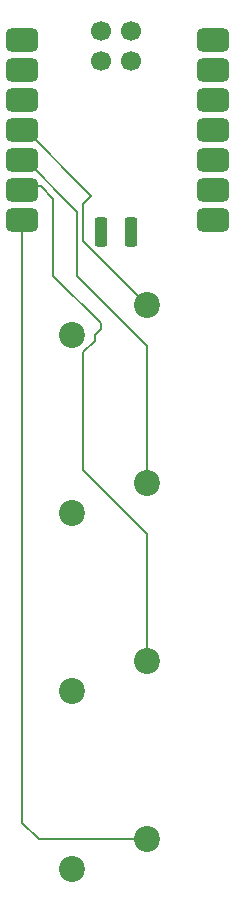
<source format=gbr>
%TF.GenerationSoftware,KiCad,Pcbnew,8.0.8*%
%TF.CreationDate,2025-02-09T21:15:24+00:00*%
%TF.ProjectId,MacroPadPCB,4d616372-6f50-4616-9450-43422e6b6963,rev?*%
%TF.SameCoordinates,Original*%
%TF.FileFunction,Copper,L2,Bot*%
%TF.FilePolarity,Positive*%
%FSLAX46Y46*%
G04 Gerber Fmt 4.6, Leading zero omitted, Abs format (unit mm)*
G04 Created by KiCad (PCBNEW 8.0.8) date 2025-02-09 21:15:24*
%MOMM*%
%LPD*%
G01*
G04 APERTURE LIST*
G04 Aperture macros list*
%AMRoundRect*
0 Rectangle with rounded corners*
0 $1 Rounding radius*
0 $2 $3 $4 $5 $6 $7 $8 $9 X,Y pos of 4 corners*
0 Add a 4 corners polygon primitive as box body*
4,1,4,$2,$3,$4,$5,$6,$7,$8,$9,$2,$3,0*
0 Add four circle primitives for the rounded corners*
1,1,$1+$1,$2,$3*
1,1,$1+$1,$4,$5*
1,1,$1+$1,$6,$7*
1,1,$1+$1,$8,$9*
0 Add four rect primitives between the rounded corners*
20,1,$1+$1,$2,$3,$4,$5,0*
20,1,$1+$1,$4,$5,$6,$7,0*
20,1,$1+$1,$6,$7,$8,$9,0*
20,1,$1+$1,$8,$9,$2,$3,0*%
G04 Aperture macros list end*
%TA.AperFunction,ComponentPad*%
%ADD10C,2.200000*%
%TD*%
%TA.AperFunction,SMDPad,CuDef*%
%ADD11RoundRect,0.500000X0.875000X0.500000X-0.875000X0.500000X-0.875000X-0.500000X0.875000X-0.500000X0*%
%TD*%
%TA.AperFunction,SMDPad,CuDef*%
%ADD12RoundRect,0.275000X0.275000X-0.975000X0.275000X0.975000X-0.275000X0.975000X-0.275000X-0.975000X0*%
%TD*%
%TA.AperFunction,SMDPad,CuDef*%
%ADD13C,1.700000*%
%TD*%
%TA.AperFunction,Conductor*%
%ADD14C,0.200000*%
%TD*%
G04 APERTURE END LIST*
D10*
%TO.P,SW3,1,1*%
%TO.N,Net-(U1-PA7_A8_D8_SCK)*%
X132430988Y-105154200D03*
%TO.P,SW3,2,2*%
%TO.N,GND*%
X126080988Y-107694200D03*
%TD*%
%TO.P,SW2,1,1*%
%TO.N,Net-(U1-PA5_A9_D9_MISO)*%
X132430988Y-90064200D03*
%TO.P,SW2,2,2*%
%TO.N,GND*%
X126080988Y-92604200D03*
%TD*%
%TO.P,SW1,1,1*%
%TO.N,Net-(U1-PA6_A10_D10_MOSI)*%
X132430988Y-74974200D03*
%TO.P,SW1,2,2*%
%TO.N,GND*%
X126080988Y-77514200D03*
%TD*%
%TO.P,SW4,1,1*%
%TO.N,Net-(U1-PB09_A7_D7_RX)*%
X132430988Y-120244200D03*
%TO.P,SW4,2,2*%
%TO.N,GND*%
X126080988Y-122784200D03*
%TD*%
D11*
%TO.P,U1,1,PA02_A0_D0*%
%TO.N,unconnected-(U1-PA02_A0_D0-Pad1)*%
X137987994Y-52560400D03*
%TO.P,U1,2,PA4_A1_D1*%
%TO.N,unconnected-(U1-PA4_A1_D1-Pad2)*%
X137987994Y-55100400D03*
%TO.P,U1,3,PA10_A2_D2*%
%TO.N,unconnected-(U1-PA10_A2_D2-Pad3)*%
X137987994Y-57640400D03*
%TO.P,U1,4,PA11_A3_D3*%
%TO.N,unconnected-(U1-PA11_A3_D3-Pad4)*%
X137987994Y-60180400D03*
%TO.P,U1,5,PA8_A4_D4_SDA*%
%TO.N,unconnected-(U1-PA8_A4_D4_SDA-Pad5)*%
X137987994Y-62720400D03*
%TO.P,U1,6,PA9_A5_D5_SCL*%
%TO.N,unconnected-(U1-PA9_A5_D5_SCL-Pad6)*%
X137987994Y-65260400D03*
%TO.P,U1,7,PB08_A6_D6_TX*%
%TO.N,unconnected-(U1-PB08_A6_D6_TX-Pad7)*%
X137987994Y-67800400D03*
%TO.P,U1,8,PB09_A7_D7_RX*%
%TO.N,Net-(U1-PB09_A7_D7_RX)*%
X121822994Y-67800400D03*
%TO.P,U1,9,PA7_A8_D8_SCK*%
%TO.N,Net-(U1-PA7_A8_D8_SCK)*%
X121822994Y-65260400D03*
%TO.P,U1,10,PA5_A9_D9_MISO*%
%TO.N,Net-(U1-PA5_A9_D9_MISO)*%
X121822994Y-62720400D03*
%TO.P,U1,11,PA6_A10_D10_MOSI*%
%TO.N,Net-(U1-PA6_A10_D10_MOSI)*%
X121822994Y-60180400D03*
%TO.P,U1,12,3V3*%
%TO.N,unconnected-(U1-3V3-Pad12)*%
X121822994Y-57640400D03*
%TO.P,U1,13,GND*%
%TO.N,GND*%
X121822994Y-55100400D03*
%TO.P,U1,14,5V*%
%TO.N,unconnected-(U1-5V-Pad14)*%
X121822994Y-52560400D03*
D12*
%TO.P,U1,15,VIN*%
%TO.N,unconnected-(U1-VIN-Pad15)*%
X131075994Y-68820100D03*
%TO.P,U1,16,GND*%
%TO.N,unconnected-(U1-GND-Pad16)*%
X128535994Y-68820100D03*
D13*
%TO.P,U1,17,PA31_SWDIO*%
%TO.N,unconnected-(U1-PA31_SWDIO-Pad17)*%
X131075994Y-51802100D03*
%TO.P,U1,18,PA30_SWCLK*%
%TO.N,unconnected-(U1-PA30_SWCLK-Pad18)*%
X128535994Y-51802100D03*
%TO.P,U1,19,RESET*%
%TO.N,unconnected-(U1-RESET-Pad19)*%
X131075994Y-54342100D03*
%TO.P,U1,20,GND*%
%TO.N,unconnected-(U1-GND-Pad20)*%
X128535994Y-54342100D03*
%TD*%
D14*
%TO.N,Net-(U1-PA6_A10_D10_MOSI)*%
X127698000Y-65741300D02*
X121835000Y-59878300D01*
X127000000Y-69543212D02*
X127000000Y-66439300D01*
X127000000Y-66439300D02*
X127698000Y-65741300D01*
X132430988Y-74974200D02*
X127000000Y-69543212D01*
%TO.N,Net-(U1-PA5_A9_D9_MISO)*%
X132430988Y-78430988D02*
X126500000Y-72500000D01*
X126500000Y-67083300D02*
X121835000Y-62418300D01*
X132430988Y-90064200D02*
X132430988Y-78430988D01*
X126500000Y-72500000D02*
X126500000Y-67083300D01*
%TO.N,Net-(U1-PA7_A8_D8_SCK)*%
X128000000Y-78000000D02*
X127000000Y-79000000D01*
X123458300Y-64958300D02*
X124500000Y-66000000D01*
X124500000Y-66000000D02*
X124500000Y-72500000D01*
X128000000Y-77500000D02*
X128000000Y-78000000D01*
X124500000Y-72500000D02*
X128500000Y-76500000D01*
X132430988Y-94360798D02*
X132430988Y-105154200D01*
X128500000Y-77000000D02*
X128000000Y-77500000D01*
X127000000Y-79000000D02*
X127000000Y-88929810D01*
X127000000Y-88929810D02*
X132430988Y-94360798D01*
X121835000Y-64958300D02*
X123458300Y-64958300D01*
X128500000Y-76500000D02*
X128500000Y-77000000D01*
%TO.N,Net-(U1-PB09_A7_D7_RX)*%
X123244200Y-120244200D02*
X132430988Y-120244200D01*
X121835000Y-67498300D02*
X121835000Y-118835000D01*
X121835000Y-118835000D02*
X123244200Y-120244200D01*
%TD*%
M02*

</source>
